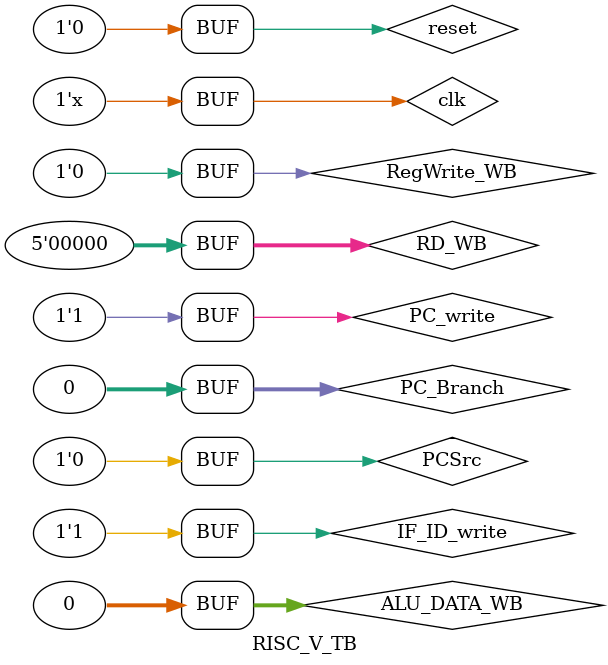
<source format=v>
module RISC_V_TB;
  reg clk,reset;
  reg IF_ID_write;
  reg PCSrc,PC_write;
  reg [31:0] PC_Branch;
  reg RegWrite_WB; 
  reg [31:0] ALU_DATA_WB;
  reg [4:0] RD_WB;
  wire [31:0] PC_ID;
  wire [31:0] INSTRUCTION_ID;
  wire [31:0] IMM_ID;
  wire [31:0] REG_DATA1_ID,REG_DATA2_ID;
  wire [2:0] FUNCT3_ID;
  wire [6:0] FUNCT7_ID;
  wire [6:0] OPCODE_ID;
  wire [4:0] RD_ID;
  wire [4:0] RS1_ID;
  wire [4:0] RS2_ID;
  
  RISC_V_IF_ID procesor(clk,reset,
         IF_ID_write,
         PCSrc,PC_write,
         PC_Branch,
         RegWrite_WB, 
         ALU_DATA_WB,
         RD_WB,
         PC_ID,
         INSTRUCTION_ID,
         IMM_ID,
         REG_DATA1_ID,REG_DATA2_ID,
         FUNCT3_ID,
         FUNCT7_ID,
         OPCODE_ID,
         RD_ID,    
         RS1_ID,   
         RS2_ID);    
  
  always #5 clk=~clk;
  
  initial begin
    #0 clk=1'b0;
       reset=1'b1;
       
       IF_ID_write = 1'b1;      
       PCSrc = 1'b0;
       PC_write = 1'b1;    
       PC_Branch = 32'b0;  
       RegWrite_WB = 1'b0;       
       ALU_DATA_WB = 32'b0;
       RD_WB = 5'b0;           
       
    #10 reset=1'b0;
    //#200 $finish;
  end
endmodule
</source>
